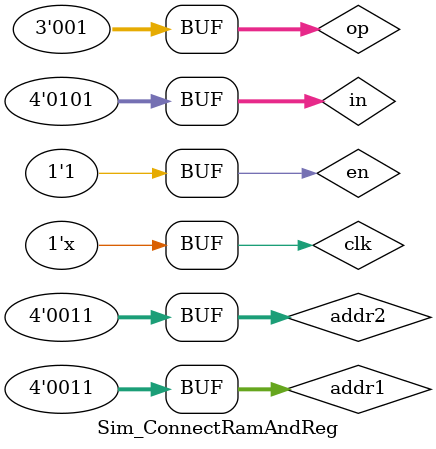
<source format=v>
`timescale 1ns / 1ps


module Sim_ConnectRamAndReg(

    );
    reg clk,en;
    reg [2:0]op;
    reg [3:0]addr1;
    reg [3:0]addr2;
    reg [3:0]in;
    wire [3:0]out;
    ConnectRamAndReg con(clk,en,op,addr1,addr2,in,out);
    initial begin
        en<=0;
        op<=2'b0;
        clk<=0;
        addr1<=3'b0;
        addr2<=3'b0;
        in<=3'b0;
        
        #10
        en<=1;
        addr1<=4'b0010;
        in<= 4'b1010;
        op<=3'b010;//write ram
        #20
        op<=3'b000;//read ram
        #20
        op<=3'b110;//reset ram
        #20
        op<=3'b000;//read ram
        #20
        op<=3'b010;
        in<=4'b0101;
        #20
        op<=3'b100;//from ram write into reg
        addr2<=4'b0011;
        addr1<=4'b0010;
        #20
        op<=3'b001;//read reg
        addr1<=4'b0011;
    end
    always@(*)begin
        #5
        clk<=~clk;
    end
    
endmodule

</source>
